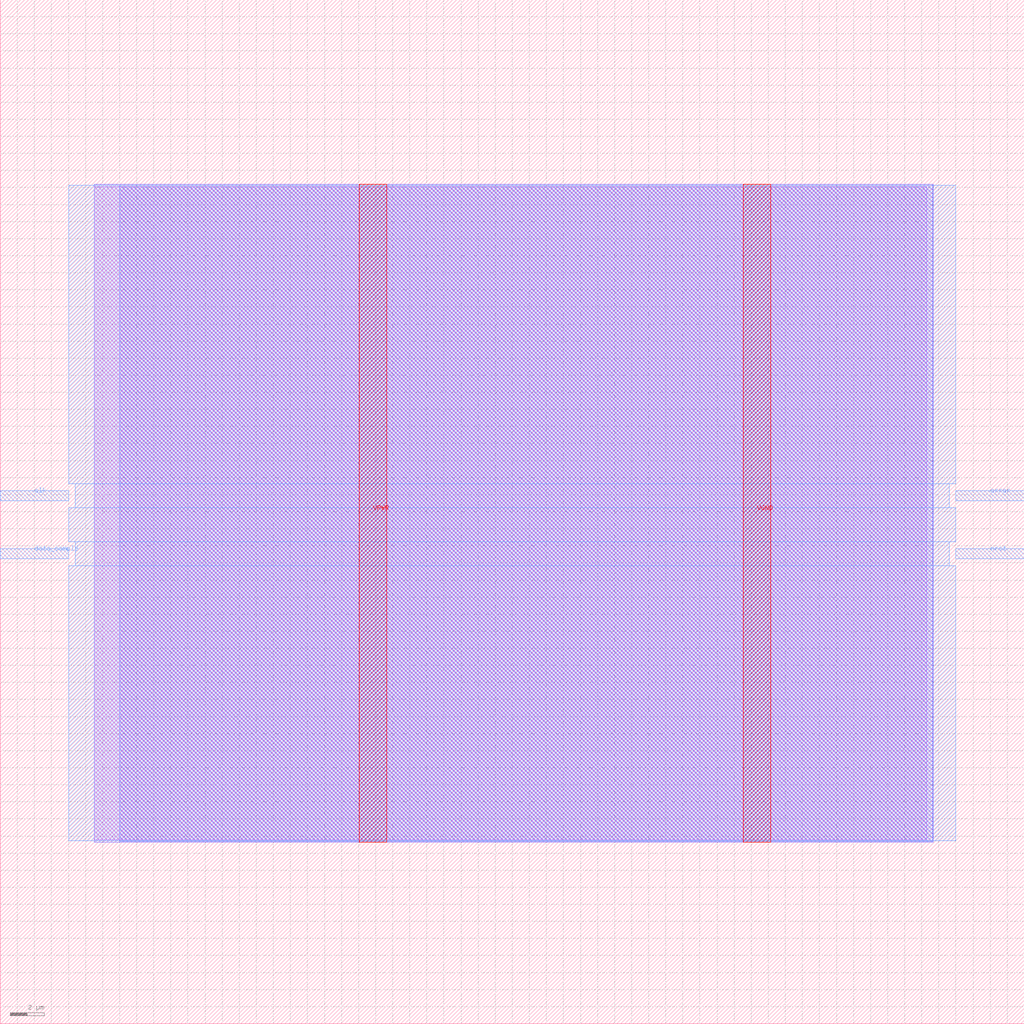
<source format=lef>
VERSION 5.7 ;
  NOWIREEXTENSIONATPIN ON ;
  DIVIDERCHAR "/" ;
  BUSBITCHARS "[]" ;
MACRO Top_exec
  CLASS BLOCK ;
  FOREIGN Top_exec ;
  ORIGIN 0.000 0.000 ;
  SIZE 60.000 BY 60.000 ;
  PIN VGND
    DIRECTION INOUT ;
    USE GROUND ;
    PORT
      LAYER met4 ;
        RECT 43.540 10.640 45.140 49.200 ;
    END
  END VGND
  PIN VPWR
    DIRECTION INOUT ;
    USE POWER ;
    PORT
      LAYER met4 ;
        RECT 21.040 10.640 22.640 49.200 ;
    END
  END VPWR
  PIN clk
    DIRECTION INPUT ;
    USE SIGNAL ;
    ANTENNAGATEAREA 0.852000 ;
    PORT
      LAYER met3 ;
        RECT 0.000 30.640 4.000 31.240 ;
    END
  END clk
  PIN data_sample
    DIRECTION INPUT ;
    USE SIGNAL ;
    ANTENNAGATEAREA 0.196500 ;
    PORT
      LAYER met3 ;
        RECT 0.000 27.240 4.000 27.840 ;
    END
  END data_sample
  PIN error
    DIRECTION OUTPUT ;
    USE SIGNAL ;
    ANTENNADIFFAREA 0.445500 ;
    PORT
      LAYER met3 ;
        RECT 56.000 30.640 60.000 31.240 ;
    END
  END error
  PIN nrst
    DIRECTION INPUT ;
    USE SIGNAL ;
    ANTENNAGATEAREA 0.196500 ;
    PORT
      LAYER met3 ;
        RECT 56.000 27.240 60.000 27.840 ;
    END
  END nrst
  OBS
      LAYER li1 ;
        RECT 5.520 10.795 54.280 49.045 ;
      LAYER met1 ;
        RECT 5.520 10.640 54.670 49.200 ;
      LAYER met2 ;
        RECT 6.990 10.695 54.650 49.145 ;
      LAYER met3 ;
        RECT 4.000 31.640 56.000 49.125 ;
        RECT 4.400 30.240 55.600 31.640 ;
        RECT 4.000 28.240 56.000 30.240 ;
        RECT 4.400 26.840 55.600 28.240 ;
        RECT 4.000 10.715 56.000 26.840 ;
  END
END Top_exec
END LIBRARY


</source>
